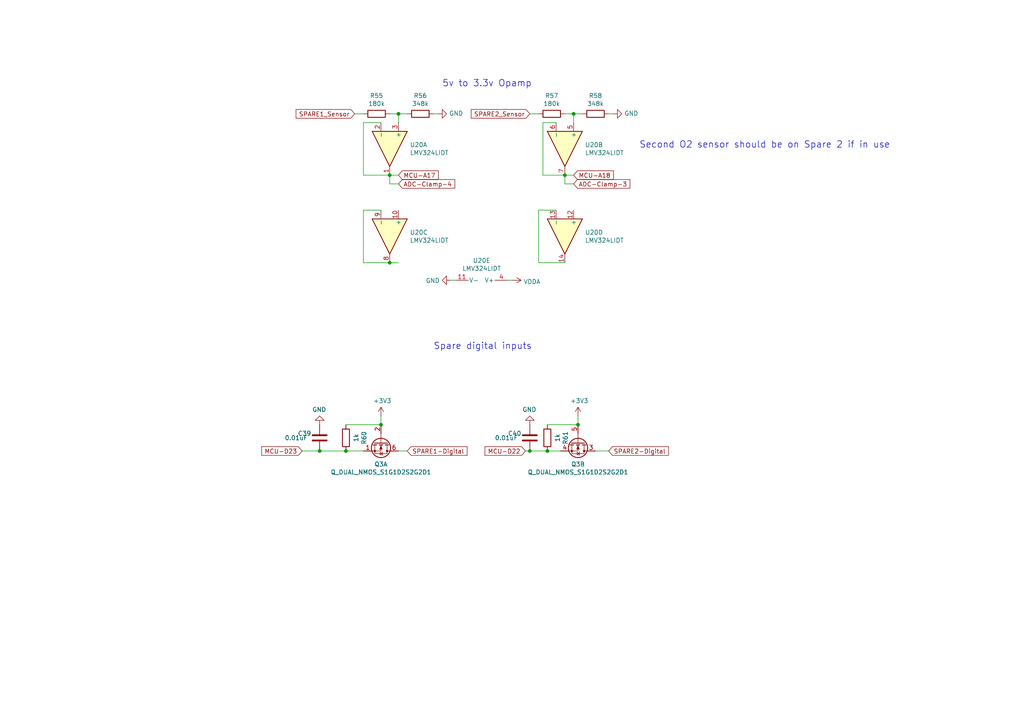
<source format=kicad_sch>
(kicad_sch (version 20230121) (generator eeschema)
  (paper "A4")
  (lib_symbols
    (symbol "Amplifier_Operational:LMV324" (pin_names (offset 0.127))
      (property "Reference" "U" (at 0 5.08 0))
      (property "Value" "LMV324" (at 0 -5.08 0))
      (symbol "LMV324_1_1"
        (polyline (pts (xy -5.08 5.08) (xy 5.08 0) (xy -5.08 -5.08) (xy -5.08 5.08)) (stroke (width 0.254)) (fill (type background)))
        (pin output line (at 7.62 0 180) (length 2.54) (name "~") (number "1"))
        (pin input line (at -7.62 -2.54 0) (length 2.54) (name "-") (number "2"))
        (pin input line (at -7.62 2.54 0) (length 2.54) (name "+") (number "3"))
      )
      (symbol "LMV324_2_1"
        (polyline (pts (xy -5.08 5.08) (xy 5.08 0) (xy -5.08 -5.08) (xy -5.08 5.08)) (stroke (width 0.254)) (fill (type background)))
        (pin input line (at -7.62 2.54 0) (length 2.54) (name "+") (number "5"))
        (pin input line (at -7.62 -2.54 0) (length 2.54) (name "-") (number "6"))
        (pin output line (at 7.62 0 180) (length 2.54) (name "~") (number "7"))
      )
      (symbol "LMV324_3_1"
        (polyline (pts (xy -5.08 5.08) (xy 5.08 0) (xy -5.08 -5.08) (xy -5.08 5.08)) (stroke (width 0.254)) (fill (type background)))
        (pin input line (at -7.62 2.54 0) (length 2.54) (name "+") (number "10"))
        (pin output line (at 7.62 0 180) (length 2.54) (name "~") (number "8"))
        (pin input line (at -7.62 -2.54 0) (length 2.54) (name "-") (number "9"))
      )
      (symbol "LMV324_4_1"
        (polyline (pts (xy -5.08 5.08) (xy 5.08 0) (xy -5.08 -5.08) (xy -5.08 5.08)) (stroke (width 0.254)) (fill (type background)))
        (pin input line (at -7.62 2.54 0) (length 2.54) (name "+") (number "12"))
        (pin input line (at -7.62 -2.54 0) (length 2.54) (name "-") (number "13"))
        (pin output line (at 7.62 0 180) (length 2.54) (name "~") (number "14"))
      )
      (symbol "LMV324_5_1"
        (pin power_in line (at -2.54 -7.62 90) (length 3.81) (name "V-") (number "11"))
        (pin power_in line (at -2.54 7.62 270) (length 3.81) (name "V+") (number "4"))
      )
    )
    (symbol "Device:C" (pin_numbers hide) (pin_names (offset 0.254))
      (property "Reference" "C" (at 0.635 2.54 0))
      (property "Value" "C" (at 0.635 -2.54 0))
      (symbol "C_0_1"
        (polyline (pts (xy -2.032 -0.762) (xy 2.032 -0.762)) (stroke (width 0.508)))
        (polyline (pts (xy -2.032 0.762) (xy 2.032 0.762)) (stroke (width 0.508)))
      )
      (symbol "C_1_1"
        (pin passive line (at 0 3.81 270) (length 2.794) (name "~") (number "1"))
        (pin passive line (at 0 -3.81 90) (length 2.794) (name "~") (number "2"))
      )
    )
    (symbol "Device:Q_DUAL_NMOS_S1G1D2S2G2D1" (pin_names (offset 0) hide)
      (property "Reference" "Q" (at 6.35 1.27 0))
      (property "Value" "Device_Q_DUAL_NMOS_S1G1D2S2G2D1" (at 19.05 -1.27 0))
      (symbol "Q_DUAL_NMOS_S1G1D2S2G2D1_0_1"
        (polyline (pts (xy 0.254 0) (xy -2.54 0)))
        (polyline (pts (xy 0.254 1.905) (xy 0.254 -1.905)) (stroke (width 0.254)))
        (polyline (pts (xy 0.762 -1.27) (xy 0.762 -2.286)) (stroke (width 0.254)))
        (polyline (pts (xy 0.762 0.508) (xy 0.762 -0.508)) (stroke (width 0.254)))
        (polyline (pts (xy 0.762 2.286) (xy 0.762 1.27)) (stroke (width 0.254)))
        (polyline (pts (xy 2.54 2.54) (xy 2.54 1.778)))
        (polyline (pts (xy 2.54 -2.54) (xy 2.54 0) (xy 0.762 0)))
        (polyline (pts (xy 0.762 -1.778) (xy 3.302 -1.778) (xy 3.302 1.778) (xy 0.762 1.778)))
        (polyline (pts (xy 1.016 0) (xy 2.032 0.381) (xy 2.032 -0.381) (xy 1.016 0)) (fill (type outline)))
        (polyline (pts (xy 2.794 0.508) (xy 2.921 0.381) (xy 3.683 0.381) (xy 3.81 0.254)))
        (polyline (pts (xy 3.302 0.381) (xy 2.921 -0.254) (xy 3.683 -0.254) (xy 3.302 0.381)))
        (circle (center 1.651 0) (radius 2.794) (stroke (width 0.254)))
        (circle (center 2.54 -1.778) (radius 0.254) (fill (type outline)))
        (circle (center 2.54 1.778) (radius 0.254) (fill (type outline)))
      )
      (symbol "Q_DUAL_NMOS_S1G1D2S2G2D1_1_1"
        (pin passive line (at 2.54 -5.08 90) (length 2.54) (name "S") (number "1"))
        (pin input line (at -5.08 0 0) (length 2.54) (name "G") (number "2"))
        (pin passive line (at 2.54 5.08 270) (length 2.54) (name "D") (number "6"))
      )
      (symbol "Q_DUAL_NMOS_S1G1D2S2G2D1_2_1"
        (pin passive line (at 2.54 5.08 270) (length 2.54) (name "D") (number "3"))
        (pin passive line (at 2.54 -5.08 90) (length 2.54) (name "S") (number "4"))
        (pin input line (at -5.08 0 0) (length 2.54) (name "G") (number "5"))
      )
    )
    (symbol "Device:R" (pin_numbers hide) (pin_names (offset 0))
      (property "Reference" "R" (at 2.032 0 90))
      (property "Value" "R" (at 0 0 90))
      (symbol "R_0_1"
        (rectangle (start -1.016 -2.54) (end 1.016 2.54) (stroke (width 0.254)))
      )
      (symbol "R_1_1"
        (pin passive line (at 0 3.81 270) (length 1.27) (name "~") (number "1"))
        (pin passive line (at 0 -3.81 90) (length 1.27) (name "~") (number "2"))
      )
    )
    (symbol "power:+3V3" (power) (pin_names (offset 0))
      (property "Value" "+3V3" (at 0 3.556 0))
      (symbol "+3V3_0_1"
        (polyline (pts (xy -0.762 1.27) (xy 0 2.54)))
        (polyline (pts (xy 0 0) (xy 0 2.54)))
        (polyline (pts (xy 0 2.54) (xy 0.762 1.27)))
      )
      (symbol "+3V3_1_1"
        (pin power_in line (at 0 0 90) (length 0) hide (name "+3V3") (number "1"))
      )
    )
    (symbol "power:GND" (power) (pin_names (offset 0))
      (property "Value" "GND" (at 0 -3.81 0))
      (symbol "GND_0_1"
        (polyline (pts (xy 0 0) (xy 0 -1.27) (xy 1.27 -1.27) (xy 0 -2.54) (xy -1.27 -1.27) (xy 0 -1.27)))
      )
      (symbol "GND_1_1"
        (pin power_in line (at 0 0 270) (length 0) hide (name "GND") (number "1"))
      )
    )
    (symbol "power:VDDA" (power) (pin_names (offset 0))
      (property "Value" "VDDA" (at 0 3.81 0))
      (symbol "VDDA_0_1"
        (polyline (pts (xy -0.762 1.27) (xy 0 2.54)))
        (polyline (pts (xy 0 0) (xy 0 2.54)))
        (polyline (pts (xy 0 2.54) (xy 0.762 1.27)))
      )
      (symbol "VDDA_1_1"
        (pin power_in line (at 0 0 90) (length 0) hide (name "VDDA") (number "1"))
      )
    )
  )
  (junction (at 113.03 50.8))
  (junction (at 166.37 33.02))
  (junction (at 110.49 123.19))
  (junction (at 113.03 76.2))
  (junction (at 153.67 130.81))
  (junction (at 100.33 130.81))
  (junction (at 167.64 123.19))
  (junction (at 158.75 130.81))
  (junction (at 92.71 130.81))
  (junction (at 163.83 50.8))
  (junction (at 115.57 33.02))
  (wire (pts (xy 166.37 33.02) (xy 168.91 33.02)))
  (wire (pts (xy 105.41 76.2) (xy 113.03 76.2)))
  (wire (pts (xy 166.37 33.02) (xy 163.83 33.02)))
  (wire (pts (xy 92.71 130.81) (xy 87.63 130.81)))
  (wire (pts (xy 152.4 130.81) (xy 153.67 130.81)))
  (wire (pts (xy 105.41 50.8) (xy 105.41 35.56)))
  (wire (pts (xy 115.57 53.34) (xy 113.03 53.34)))
  (wire (pts (xy 105.41 130.81) (xy 100.33 130.81)))
  (wire (pts (xy 102.87 33.02) (xy 105.41 33.02)))
  (wire (pts (xy 115.57 76.2) (xy 113.03 76.2)))
  (wire (pts (xy 158.75 123.19) (xy 167.64 123.19)))
  (wire (pts (xy 158.75 130.81) (xy 162.56 130.81)))
  (wire (pts (xy 153.67 130.81) (xy 158.75 130.81)))
  (wire (pts (xy 161.29 60.96) (xy 156.21 60.96)))
  (wire (pts (xy 157.48 50.8) (xy 163.83 50.8)))
  (wire (pts (xy 130.81 81.28) (xy 132.08 81.28)))
  (wire (pts (xy 100.33 130.81) (xy 92.71 130.81)))
  (wire (pts (xy 177.8 33.02) (xy 176.53 33.02)))
  (wire (pts (xy 167.64 120.65) (xy 167.64 123.19)))
  (wire (pts (xy 105.41 60.96) (xy 105.41 76.2)))
  (wire (pts (xy 166.37 35.56) (xy 166.37 33.02)))
  (wire (pts (xy 156.21 60.96) (xy 156.21 76.2)))
  (wire (pts (xy 113.03 50.8) (xy 105.41 50.8)))
  (wire (pts (xy 100.33 123.19) (xy 110.49 123.19)))
  (wire (pts (xy 127 33.02) (xy 125.73 33.02)))
  (wire (pts (xy 115.57 50.8) (xy 113.03 50.8)))
  (wire (pts (xy 115.57 33.02) (xy 113.03 33.02)))
  (wire (pts (xy 176.53 130.81) (xy 172.72 130.81)))
  (wire (pts (xy 110.49 60.96) (xy 105.41 60.96)))
  (wire (pts (xy 161.29 35.56) (xy 157.48 35.56)))
  (wire (pts (xy 148.59 81.28) (xy 147.32 81.28)))
  (wire (pts (xy 115.57 33.02) (xy 118.11 33.02)))
  (wire (pts (xy 115.57 35.56) (xy 115.57 33.02)))
  (wire (pts (xy 157.48 35.56) (xy 157.48 50.8)))
  (wire (pts (xy 156.21 76.2) (xy 163.83 76.2)))
  (wire (pts (xy 153.67 33.02) (xy 156.21 33.02)))
  (wire (pts (xy 105.41 35.56) (xy 110.49 35.56)))
  (wire (pts (xy 113.03 53.34) (xy 113.03 50.8)))
  (wire (pts (xy 163.83 53.34) (xy 163.83 50.8)))
  (wire (pts (xy 110.49 120.65) (xy 110.49 123.19)))
  (wire (pts (xy 166.37 53.34) (xy 163.83 53.34)))
  (wire (pts (xy 166.37 50.8) (xy 163.83 50.8)))
  (wire (pts (xy 118.11 130.81) (xy 115.57 130.81)))
  (text "5v to 3.3v Opamp" (at 128.27 25.4 0) (effects (font (size 1.8796 1.8796)) (justify left bottom)))
  (text "Second O2 sensor should be on Spare 2 if in use" (at 185.42 43.18 0) (effects (font (size 1.8796 1.8796)) (justify left bottom)))
  (text "Spare digital inputs" (at 125.73 101.6 0) (effects (font (size 1.8796 1.8796)) (justify left bottom)))
  (global_label "ADC-Clamp-4" (shape input) (at 115.57 53.34 0) (property "Intersheetrefs" "${INTERSHEET_REFS}" (effects hide)))
  (global_label "MCU-D22" (shape input) (at 152.4 130.81 180) (property "Intersheetrefs" "${INTERSHEET_REFS}" (effects hide)))
  (global_label "MCU-A17" (shape input) (at 115.57 50.8 0) (property "Intersheetrefs" "${INTERSHEET_REFS}" (effects hide)))
  (global_label "MCU-D23" (shape input) (at 87.63 130.81 180) (property "Intersheetrefs" "${INTERSHEET_REFS}" (effects hide)))
  (global_label "SPARE1-Digital" (shape input) (at 118.11 130.81 0) (property "Intersheetrefs" "${INTERSHEET_REFS}" (effects hide)))
  (global_label "SPARE1_Sensor" (shape input) (at 102.87 33.02 180) (property "Intersheetrefs" "${INTERSHEET_REFS}" (effects hide)))
  (global_label "SPARE2-Digital" (shape input) (at 176.53 130.81 0) (property "Intersheetrefs" "${INTERSHEET_REFS}" (effects hide)))
  (global_label "SPARE2_Sensor" (shape input) (at 153.67 33.02 180) (property "Intersheetrefs" "${INTERSHEET_REFS}" (effects hide)))
  (global_label "ADC-Clamp-3" (shape input) (at 166.37 53.34 0) (property "Intersheetrefs" "${INTERSHEET_REFS}" (effects hide)))
  (global_label "MCU-A18" (shape input) (at 166.37 50.8 0) (property "Intersheetrefs" "${INTERSHEET_REFS}" (effects hide)))
  (symbol (lib_id "Amplifier_Operational:LMV324") (at 113.03 43.18 270) (unit 1)
    (property "Reference" "U20" (at 118.872 42.0116 90) (effects (justify left)))
    (property "Value" "LMV324LIDT" (at 118.872 44.323 90) (effects (justify left)))
    (property "Footprint" "Package_SO:SOIC-14_3.9x8.7mm_P1.27mm" (effects hide))
    (property "Datasheet" "http://www.ti.com/lit/ds/symlink/lmv324.pdf" (effects hide))
    (property "Digikey Part Number" "497-13052-1-ND" (effects hide))
    (property "Manufacturer_Name" "STMicroelectronics" (effects hide))
    (property "Manufacturer_Part_Number" "LMV324LIDT" (effects hide))
    (property "URL" "https://www.digikey.com.au/product-detail/en/stmicroelectronics/LMV324LIDT/497-13052-1-ND/3458219" (effects hide))
  )
  (symbol (lib_id "Amplifier_Operational:LMV324") (at 163.83 43.18 270) (unit 2)
    (property "Reference" "U20" (at 169.672 42.0116 90) (effects (justify left)))
    (property "Value" "LMV324LIDT" (at 169.672 44.323 90) (effects (justify left)))
    (property "Footprint" "Package_SO:SOIC-14_3.9x8.7mm_P1.27mm" (effects hide))
    (property "Datasheet" "http://www.ti.com/lit/ds/symlink/lmv324.pdf" (effects hide))
    (property "Digikey Part Number" "497-13052-1-ND" (effects hide))
    (property "Manufacturer_Name" "STMicroelectronics" (effects hide))
    (property "Manufacturer_Part_Number" "LMV324LIDT" (effects hide))
    (property "URL" "https://www.digikey.com.au/product-detail/en/stmicroelectronics/LMV324LIDT/497-13052-1-ND/3458219" (effects hide))
  )
  (symbol (lib_id "Amplifier_Operational:LMV324") (at 113.03 68.58 270) (unit 3)
    (property "Reference" "U20" (at 118.872 67.4116 90) (effects (justify left)))
    (property "Value" "LMV324LIDT" (at 118.872 69.723 90) (effects (justify left)))
    (property "Footprint" "Package_SO:SOIC-14_3.9x8.7mm_P1.27mm" (effects hide))
    (property "Datasheet" "http://www.ti.com/lit/ds/symlink/lmv324.pdf" (effects hide))
    (property "Digikey Part Number" "497-13052-1-ND" (effects hide))
    (property "Manufacturer_Name" "STMicroelectronics" (effects hide))
    (property "Manufacturer_Part_Number" "LMV324LIDT" (effects hide))
    (property "URL" "https://www.digikey.com.au/product-detail/en/stmicroelectronics/LMV324LIDT/497-13052-1-ND/3458219" (effects hide))
  )
  (symbol (lib_id "Amplifier_Operational:LMV324") (at 163.83 68.58 270) (unit 4)
    (property "Reference" "U20" (at 169.672 67.4116 90) (effects (justify left)))
    (property "Value" "LMV324LIDT" (at 169.672 69.723 90) (effects (justify left)))
    (property "Footprint" "Package_SO:SOIC-14_3.9x8.7mm_P1.27mm" (effects hide))
    (property "Datasheet" "http://www.ti.com/lit/ds/symlink/lmv324.pdf" (effects hide))
    (property "Digikey Part Number" "497-13052-1-ND" (effects hide))
    (property "Manufacturer_Name" "STMicroelectronics" (effects hide))
    (property "Manufacturer_Part_Number" "LMV324LIDT" (effects hide))
    (property "URL" "https://www.digikey.com.au/product-detail/en/stmicroelectronics/LMV324LIDT/497-13052-1-ND/3458219" (effects hide))
  )
  (symbol (lib_id "Amplifier_Operational:LMV324") (at 139.7 83.82 270) (unit 5)
    (property "Reference" "U20" (at 139.7 75.565 90))
    (property "Value" "LMV324LIDT" (at 139.7 77.8764 90))
    (property "Footprint" "Package_SO:SOIC-14_3.9x8.7mm_P1.27mm" (effects hide))
    (property "Datasheet" "http://www.ti.com/lit/ds/symlink/lmv324.pdf" (effects hide))
    (property "Digikey Part Number" "497-13052-1-ND" (effects hide))
    (property "Manufacturer_Name" "STMicroelectronics" (effects hide))
    (property "Manufacturer_Part_Number" "LMV324LIDT" (effects hide))
    (property "URL" "https://www.digikey.com.au/product-detail/en/stmicroelectronics/LMV324LIDT/497-13052-1-ND/3458219" (effects hide))
  )
  (symbol (lib_id "Device:R") (at 121.92 33.02 270) (unit 1)
    (property "Reference" "R56" (at 121.92 27.7622 90))
    (property "Value" "348k" (at 121.92 30.0736 90))
    (property "Footprint" "Resistor_SMD:R_0805_2012Metric" (effects hide))
    (property "Digikey Part Number" "P348KCDKR-ND" (effects hide))
    (property "Manufacturer_Name" "Panasonic" (effects hide))
    (property "Manufacturer_Part_Number" "ERJ-6ENF3483V" (effects hide))
    (property "URL" "https://www.digikey.com.au/product-detail/en/panasonic-electronic-components/ERJ-6ENF3483V/P348KCDKR-ND/576673" (effects hide))
  )
  (symbol (lib_id "power:GND") (at 130.81 81.28 270) (unit 1)
    (property "Reference" "#PWR0198" (effects hide))
    (property "Value" "GND" (at 127.5588 81.407 90) (effects (justify right)))
  )
  (symbol (lib_id "Device:R") (at 160.02 33.02 270) (unit 1)
    (property "Reference" "R57" (at 160.02 27.7622 90))
    (property "Value" "180k" (at 160.02 30.0736 90))
    (property "Footprint" "Resistor_SMD:R_0805_2012Metric" (effects hide))
    (property "Digikey Part Number" "311-180KCRCT-ND" (effects hide))
    (property "Manufacturer_Name" "Yageo" (effects hide))
    (property "Manufacturer_Part_Number" "RC0805FR-07180KL" (effects hide))
    (property "URL" "https://www.digikey.com.au/product-detail/en/yageo/RC0805FR-07180KL/311-180KCRCT-ND/730597" (effects hide))
  )
  (symbol (lib_id "Device:R") (at 109.22 33.02 270) (unit 1)
    (property "Reference" "R55" (at 109.22 27.7622 90))
    (property "Value" "180k" (at 109.22 30.0736 90))
    (property "Footprint" "Resistor_SMD:R_0805_2012Metric" (effects hide))
    (property "Digikey Part Number" "311-180KCRCT-ND" (effects hide))
    (property "Manufacturer_Name" "Yageo" (effects hide))
    (property "Manufacturer_Part_Number" "RC0805FR-07180KL" (effects hide))
    (property "URL" "https://www.digikey.com.au/product-detail/en/yageo/RC0805FR-07180KL/311-180KCRCT-ND/730597" (effects hide))
  )
  (symbol (lib_id "power:GND") (at 127 33.02 90) (unit 1)
    (property "Reference" "#PWR0197" (effects hide))
    (property "Value" "GND" (at 130.2512 32.893 90) (effects (justify right)))
  )
  (symbol (lib_id "Device:R") (at 172.72 33.02 270) (unit 1)
    (property "Reference" "R58" (at 172.72 27.7622 90))
    (property "Value" "348k" (at 172.72 30.0736 90))
    (property "Footprint" "Resistor_SMD:R_0805_2012Metric" (effects hide))
    (property "Digikey Part Number" "P348KCDKR-ND" (effects hide))
    (property "Manufacturer_Name" "Panasonic" (effects hide))
    (property "Manufacturer_Part_Number" "ERJ-6ENF3483V" (effects hide))
    (property "URL" "https://www.digikey.com.au/product-detail/en/panasonic-electronic-components/ERJ-6ENF3483V/P348KCDKR-ND/576673" (effects hide))
  )
  (symbol (lib_id "power:GND") (at 177.8 33.02 90) (unit 1)
    (property "Reference" "#PWR0200" (effects hide))
    (property "Value" "GND" (at 181.0512 32.893 90) (effects (justify right)))
  )
  (symbol (lib_id "Device:Q_DUAL_NMOS_S1G1D2S2G2D1") (at 110.49 128.27 270) (unit 1)
    (property "Reference" "Q3" (at 110.49 134.6454 90))
    (property "Value" "Q_DUAL_NMOS_S1G1D2S2G2D1" (at 110.49 136.9568 90))
    (property "Footprint" "Package_TO_SOT_SMD:SOT-363_SC-70-6" (effects hide))
    (property "Digikey Part Number" "NVJD5121NT1GOSCT-ND" (effects hide))
    (property "Manufacturer_Name" "ON Semi" (effects hide))
    (property "Manufacturer_Part_Number" "NVJD5121NT1G" (effects hide))
    (property "URL" "https://www.digikey.com.au/product-detail/en/on-semiconductor/NVJD5121NT1G/NVJD5121NT1GOSCT-ND/9087601" (effects hide))
  )
  (symbol (lib_id "Device:Q_DUAL_NMOS_S1G1D2S2G2D1") (at 167.64 128.27 270) (unit 2)
    (property "Reference" "Q3" (at 167.64 134.6454 90))
    (property "Value" "Q_DUAL_NMOS_S1G1D2S2G2D1" (at 167.64 136.9568 90))
    (property "Footprint" "Package_TO_SOT_SMD:SOT-363_SC-70-6" (effects hide))
    (property "Digikey Part Number" "NVJD5121NT1GOSCT-ND" (effects hide))
    (property "Manufacturer_Name" "ON Semi" (effects hide))
    (property "Manufacturer_Part_Number" "NVJD5121NT1G" (effects hide))
    (property "URL" "https://www.digikey.com.au/product-detail/en/on-semiconductor/NVJD5121NT1G/NVJD5121NT1GOSCT-ND/9087601" (effects hide))
  )
  (symbol (lib_id "power:+3V3") (at 110.49 120.65 0) (unit 1)
    (property "Reference" "#PWR0207" (effects hide))
    (property "Value" "+3V3" (at 110.871 116.2558 0))
  )
  (symbol (lib_id "power:+3V3") (at 167.64 120.65 0) (unit 1)
    (property "Reference" "#PWR0208" (effects hide))
    (property "Value" "+3V3" (at 168.021 116.2558 0))
  )
  (symbol (lib_id "Device:R") (at 100.33 127 180) (unit 1)
    (property "Reference" "R60" (at 105.5878 127 90))
    (property "Value" "1k" (at 103.2764 127 90))
    (property "Footprint" "Resistor_SMD:R_0805_2012Metric" (effects hide))
    (property "Digikey Part Number" "311-1.00KCRCT-ND" (effects hide))
    (property "Manufacturer_Name" "Yageo" (effects hide))
    (property "Manufacturer_Part_Number" "RC0805FR-071KL" (effects hide))
    (property "URL" "https://www.digikey.com/product-detail/en/yageo/RC0805FR-071KL/311-1.00KCRCT-ND/730391" (effects hide))
  )
  (symbol (lib_id "Device:R") (at 158.75 127 180) (unit 1)
    (property "Reference" "R61" (at 164.0078 127 90))
    (property "Value" "1k" (at 161.6964 127 90))
    (property "Footprint" "Resistor_SMD:R_0805_2012Metric" (effects hide))
    (property "Digikey Part Number" "311-1.00KCRCT-ND" (effects hide))
    (property "Manufacturer_Name" "Yageo" (effects hide))
    (property "Manufacturer_Part_Number" "RC0805FR-071KL" (effects hide))
    (property "URL" "https://www.digikey.com/product-detail/en/yageo/RC0805FR-071KL/311-1.00KCRCT-ND/730391" (effects hide))
  )
  (symbol (lib_id "Device:C") (at 92.71 127 0) (unit 1)
    (property "Reference" "C39" (at 86.36 125.73 0) (effects (justify left)))
    (property "Value" "0.01uF" (at 82.55 127 0) (effects (justify left)))
    (property "Footprint" "Capacitor_SMD:C_0805_2012Metric" (effects hide))
    (property "Digikey Part Number" "311-1136-1-ND" (effects hide))
    (property "Manufacturer_Name" "Yageo" (effects hide))
    (property "Manufacturer_Part_Number" "CC0805KRX7R9BB103" (effects hide))
    (property "URL" "https://www.digikey.com/product-detail/en/yageo/CC0805KRX7R9BB103/311-1136-1-ND/303046" (effects hide))
  )
  (symbol (lib_id "Device:C") (at 153.67 127 0) (unit 1)
    (property "Reference" "C40" (at 147.32 125.73 0) (effects (justify left)))
    (property "Value" "0.01uF" (at 143.51 127 0) (effects (justify left)))
    (property "Footprint" "Capacitor_SMD:C_0805_2012Metric" (effects hide))
    (property "Digikey Part Number" "311-1136-1-ND" (effects hide))
    (property "Manufacturer_Name" "Yageo" (effects hide))
    (property "Manufacturer_Part_Number" "CC0805KRX7R9BB103" (effects hide))
    (property "URL" "https://www.digikey.com/product-detail/en/yageo/CC0805KRX7R9BB103/311-1136-1-ND/303046" (effects hide))
  )
  (symbol (lib_id "power:GND") (at 92.71 123.19 180) (unit 1)
    (property "Reference" "#PWR0209" (effects hide))
    (property "Value" "GND" (at 92.583 118.7958 0))
  )
  (symbol (lib_id "power:GND") (at 153.67 123.19 180) (unit 1)
    (property "Reference" "#PWR0210" (effects hide))
    (property "Value" "GND" (at 153.543 118.7958 0))
  )
  (symbol (lib_id "power:VDDA") (at 148.59 81.28 270) (unit 1)
    (property "Reference" "#PWR0199" (effects hide))
    (property "Value" "VDDA" (at 151.8412 81.7118 90) (effects (justify left)))
  )
)
</source>
